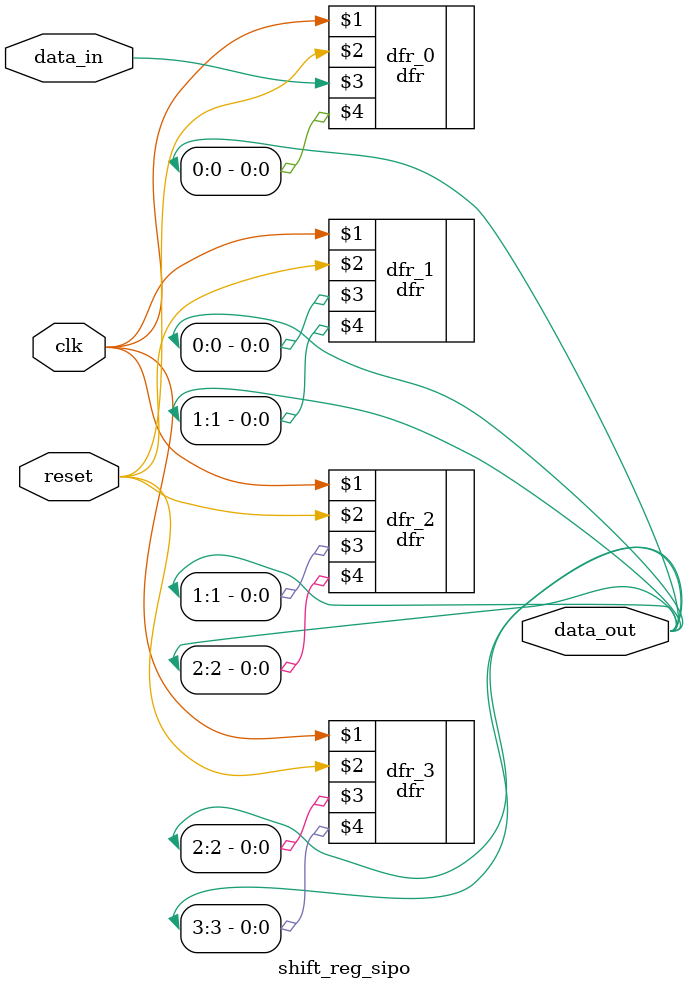
<source format=v>
module shift_reg_siso(input clk, reset, data_in, output data_out);


    wire[2:0]out;
    dfr dfr_0 (clk, reset, data_in, out[0]);
    dfr dfr_1 (clk, reset, out[0], out[1]);
    dfr dfr_2 (clk, reset, out[1],out[2]);
    dfr dfr_3(clk, reset, out[2], data_out);

   // assign data_out = out; 
endmodule

//SIPO
module shift_reg_sipo (input clk, reset, data_in, output [0:3] data_out);

    dfr dfr_0 (clk, reset, data_in, data_out[0]);
    dfr dfr_1 (clk, reset, data_out[0], data_out[1]);
    dfr dfr_2 (clk, reset, data_out[1], data_out[2]);
    dfr dfr_3 (clk, reset, data_out[2], data_out[3]);
endmodule

</source>
